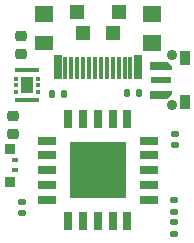
<source format=gbr>
%TF.GenerationSoftware,KiCad,Pcbnew,5.99.0-unknown-a208dac8d8~131~ubuntu20.04.1*%
%TF.CreationDate,2021-09-06T21:34:53-05:00*%
%TF.ProjectId,minimum,6d696e69-6d75-46d2-9e6b-696361645f70,rev?*%
%TF.SameCoordinates,Original*%
%TF.FileFunction,Soldermask,Top*%
%TF.FilePolarity,Negative*%
%FSLAX46Y46*%
G04 Gerber Fmt 4.6, Leading zero omitted, Abs format (unit mm)*
G04 Created by KiCad (PCBNEW 5.99.0-unknown-a208dac8d8~131~ubuntu20.04.1) date 2021-09-06 21:34:53*
%MOMM*%
%LPD*%
G01*
G04 APERTURE LIST*
G04 Aperture macros list*
%AMRoundRect*
0 Rectangle with rounded corners*
0 $1 Rounding radius*
0 $2 $3 $4 $5 $6 $7 $8 $9 X,Y pos of 4 corners*
0 Add a 4 corners polygon primitive as box body*
4,1,4,$2,$3,$4,$5,$6,$7,$8,$9,$2,$3,0*
0 Add four circle primitives for the rounded corners*
1,1,$1+$1,$2,$3*
1,1,$1+$1,$4,$5*
1,1,$1+$1,$6,$7*
1,1,$1+$1,$8,$9*
0 Add four rect primitives between the rounded corners*
20,1,$1+$1,$2,$3,$4,$5,0*
20,1,$1+$1,$4,$5,$6,$7,0*
20,1,$1+$1,$6,$7,$8,$9,0*
20,1,$1+$1,$8,$9,$2,$3,0*%
%AMOutline5P*
0 Free polygon, 5 corners , with rotation*
0 The origin of the aperture is its center*
0 number of corners: always 5*
0 $1 to $10 corner X, Y*
0 $11 Rotation angle, in degrees counterclockwise*
0 create outline with 5 corners*
4,1,5,$1,$2,$3,$4,$5,$6,$7,$8,$9,$10,$1,$2,$11*%
%AMOutline6P*
0 Free polygon, 6 corners , with rotation*
0 The origin of the aperture is its center*
0 number of corners: always 6*
0 $1 to $12 corner X, Y*
0 $13 Rotation angle, in degrees counterclockwise*
0 create outline with 6 corners*
4,1,6,$1,$2,$3,$4,$5,$6,$7,$8,$9,$10,$11,$12,$1,$2,$13*%
%AMOutline7P*
0 Free polygon, 7 corners , with rotation*
0 The origin of the aperture is its center*
0 number of corners: always 7*
0 $1 to $14 corner X, Y*
0 $15 Rotation angle, in degrees counterclockwise*
0 create outline with 7 corners*
4,1,7,$1,$2,$3,$4,$5,$6,$7,$8,$9,$10,$11,$12,$13,$14,$1,$2,$15*%
%AMOutline8P*
0 Free polygon, 8 corners , with rotation*
0 The origin of the aperture is its center*
0 number of corners: always 8*
0 $1 to $16 corner X, Y*
0 $17 Rotation angle, in degrees counterclockwise*
0 create outline with 8 corners*
4,1,8,$1,$2,$3,$4,$5,$6,$7,$8,$9,$10,$11,$12,$13,$14,$15,$16,$1,$2,$17*%
G04 Aperture macros list end*
%ADD10R,1.500000X0.800000*%
%ADD11R,0.800000X1.500000*%
%ADD12R,2.400000X2.400000*%
%ADD13RoundRect,0.135000X0.185000X-0.135000X0.185000X0.135000X-0.185000X0.135000X-0.185000X-0.135000X0*%
%ADD14RoundRect,0.140000X-0.170000X0.140000X-0.170000X-0.140000X0.170000X-0.140000X0.170000X0.140000X0*%
%ADD15R,0.900000X0.850000*%
%ADD16R,0.500000X0.450000*%
%ADD17RoundRect,0.135000X-0.185000X0.135000X-0.185000X-0.135000X0.185000X-0.135000X0.185000X0.135000X0*%
%ADD18RoundRect,0.135000X0.135000X0.185000X-0.135000X0.185000X-0.135000X-0.185000X0.135000X-0.185000X0*%
%ADD19R,0.375000X0.350000*%
%ADD20R,2.100000X0.400000*%
%ADD21R,1.100000X0.750000*%
%ADD22C,0.900000*%
%ADD23Outline5P,-0.375000X0.900000X0.375000X0.900000X0.375000X-0.900000X0.000000X-0.900000X-0.375000X-0.525000X90.000000*%
%ADD24R,1.800000X0.600000*%
%ADD25R,0.900000X1.300000*%
%ADD26Outline5P,-0.375000X0.900000X0.375000X0.900000X0.375000X-0.525000X0.000000X-0.900000X-0.375000X-0.900000X90.000000*%
%ADD27RoundRect,0.225000X-0.250000X0.225000X-0.250000X-0.225000X0.250000X-0.225000X0.250000X0.225000X0*%
%ADD28RoundRect,0.225000X0.250000X-0.225000X0.250000X0.225000X-0.250000X0.225000X-0.250000X-0.225000X0*%
%ADD29R,0.350000X1.900000*%
%ADD30R,1.200000X1.200000*%
%ADD31R,1.500000X1.300000*%
%ADD32R,1.500000X1.400000*%
%ADD33R,0.650000X2.100000*%
%ADD34RoundRect,0.140000X0.170000X-0.140000X0.170000X0.140000X-0.170000X0.140000X-0.170000X-0.140000X0*%
G04 APERTURE END LIST*
D10*
%TO.C,U2*%
X95700000Y-70100000D03*
X95700000Y-71350000D03*
X95700000Y-72600000D03*
X95700000Y-73850000D03*
X95700000Y-75100000D03*
D11*
X97500000Y-76900000D03*
X98750000Y-76900000D03*
X100000000Y-76900000D03*
X101250000Y-76900000D03*
X102500000Y-76900000D03*
D10*
X104300000Y-75100000D03*
X104300000Y-73850000D03*
X104300000Y-72600000D03*
X104300000Y-71350000D03*
X104300000Y-70100000D03*
D11*
X102500000Y-68300000D03*
X101250000Y-68300000D03*
X100000000Y-68300000D03*
X98750000Y-68300000D03*
X97500000Y-68300000D03*
D12*
X101200000Y-73800000D03*
X98800000Y-71400000D03*
X101200000Y-71400000D03*
X98800000Y-73800000D03*
%TD*%
D13*
%TO.C,R4*%
X106400000Y-78010000D03*
X106400000Y-76990000D03*
%TD*%
D14*
%TO.C,C8*%
X106500000Y-69520000D03*
X106500000Y-70480000D03*
%TD*%
D15*
%TO.C,D1*%
X92550000Y-73575000D03*
D16*
X92950000Y-72625000D03*
X92950000Y-71775000D03*
D15*
X92550000Y-70825000D03*
%TD*%
D17*
%TO.C,R3*%
X106400000Y-75110000D03*
X106400000Y-76130000D03*
%TD*%
D18*
%TO.C,R6*%
X103480000Y-66050000D03*
X102460000Y-66050000D03*
%TD*%
%TO.C,R7*%
X97090000Y-66160000D03*
X96070000Y-66160000D03*
%TD*%
D19*
%TO.C,U4*%
X93062500Y-64850000D03*
X93062500Y-65400000D03*
X93062500Y-65950000D03*
X94937500Y-65950000D03*
X94937500Y-65400000D03*
X94937500Y-64850000D03*
D20*
X94000000Y-64150000D03*
X94000000Y-66650000D03*
D21*
X94000000Y-65025000D03*
X94000000Y-65775000D03*
%TD*%
D22*
%TO.C,SW1*%
X106274650Y-67115000D03*
X106274650Y-62865000D03*
D23*
X105374650Y-66215000D03*
D24*
X105372950Y-64990000D03*
D25*
X107328750Y-63140000D03*
X107328750Y-66840000D03*
D26*
X105374650Y-63765000D03*
%TD*%
D27*
%TO.C,C18*%
X92810000Y-68035000D03*
X92810000Y-69585000D03*
%TD*%
D28*
%TO.C,C17*%
X93500000Y-62775000D03*
X93500000Y-61225000D03*
%TD*%
D29*
%TO.C,J1*%
X97250000Y-63950000D03*
X98750000Y-63950000D03*
X99250000Y-63950000D03*
X99750000Y-63950000D03*
X100250000Y-63950000D03*
X101750000Y-63950000D03*
X102250000Y-63950000D03*
X102750000Y-63950000D03*
X101250000Y-63950000D03*
X100750000Y-63950000D03*
X98250000Y-63950000D03*
X97750000Y-63950000D03*
D30*
X101750000Y-59250000D03*
D31*
X95450000Y-61850000D03*
D30*
X98750000Y-61000000D03*
D32*
X104550000Y-59350000D03*
D33*
X96600000Y-63850000D03*
D30*
X101250000Y-61000000D03*
D33*
X103400000Y-63850000D03*
D32*
X104550000Y-61850000D03*
D30*
X98250000Y-59250000D03*
D32*
X95450000Y-59350000D03*
%TD*%
D34*
%TO.C,C9*%
X93550000Y-76270000D03*
X93550000Y-75310000D03*
%TD*%
M02*

</source>
